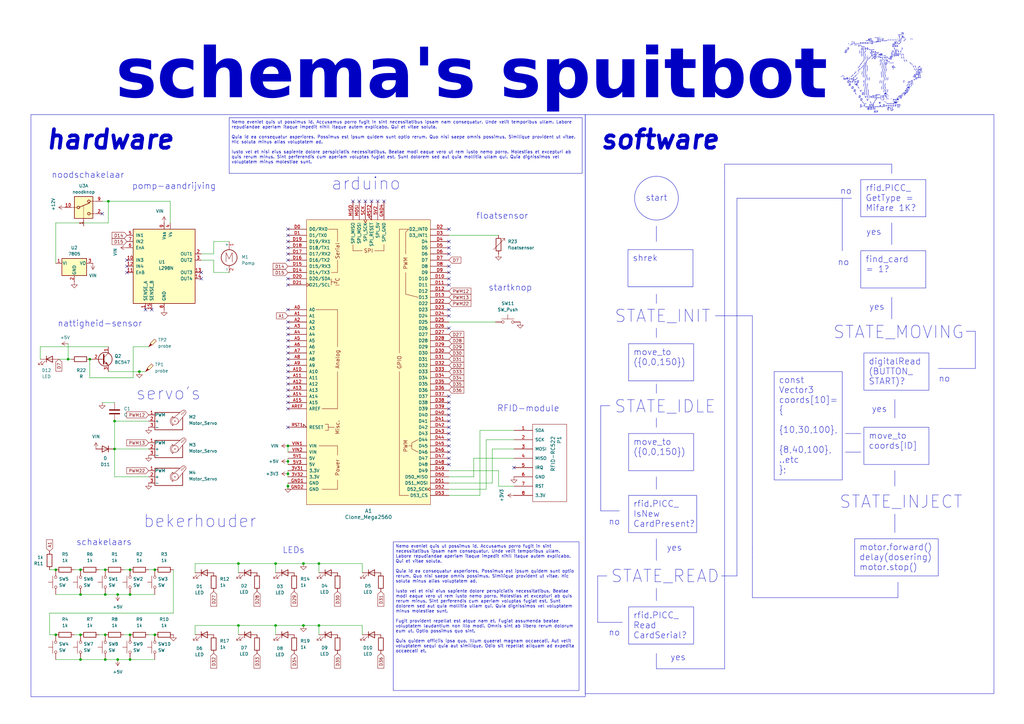
<source format=kicad_sch>
(kicad_sch (version 20231120) (generator "eeschema") (generator_version "8.0")
  (paper "A3")
  (title_block (title "HU Deltarobotproject") (date "2024-03-29") (rev "1") (comment 1 "Luca") (comment 2 "Kevin") (comment 3 "Evelien") (comment 4 "Amber"))
  (junction (at 36.83 147.32))
  (junction (at 33.02 260.35))
  (junction (at 130.81 256.54))
  (junction (at 22.86 233.68))
  (junction (at 43.18 233.68))
  (junction (at 22.86 260.35))
  (junction (at 124.46 231.14))
  (junction (at 27.94 147.32))
  (junction (at 130.81 231.14))
  (junction (at 43.18 243.84))
  (junction (at 33.02 233.68))
  (junction (at 53.34 270.51))
  (junction (at 63.5 233.68))
  (junction (at 113.03 256.54))
  (junction (at 118.11 182.88))
  (junction (at 113.03 231.14))
  (junction (at 97.79 256.54))
  (junction (at 33.02 243.84))
  (junction (at 33.02 270.51))
  (junction (at 118.11 189.23))
  (junction (at 53.34 233.68))
  (junction (at 48.26 243.84))
  (junction (at 53.34 260.35))
  (junction (at 57.15 152.4))
  (junction (at 53.34 243.84))
  (junction (at 46.99 172.72))
  (junction (at 44.45 82.55))
  (junction (at 118.11 199.39))
  (junction (at 48.26 270.51))
  (junction (at 124.46 256.54))
  (junction (at 43.18 260.35))
  (junction (at 63.5 260.35))
  (junction (at 43.18 270.51))
  (junction (at 46.99 184.15))
  (junction (at 118.11 194.31))
  (junction (at 97.79 231.14))
  (no_connect (at 184.15 177.8))
  (no_connect (at 118.11 106.68))
  (no_connect (at 152.4 82.55))
  (no_connect (at 210.82 191.77))
  (no_connect (at 184.15 111.76))
  (no_connect (at 184.15 109.22))
  (no_connect (at 62.23 127))
  (no_connect (at 184.15 187.96))
  (no_connect (at 184.15 116.84))
  (no_connect (at 118.11 96.52))
  (no_connect (at 184.15 162.56))
  (no_connect (at 144.78 82.55))
  (no_connect (at 118.11 152.4))
  (no_connect (at 118.11 114.3))
  (no_connect (at 184.15 129.54))
  (no_connect (at 157.48 82.55))
  (no_connect (at 184.15 134.62))
  (no_connect (at 118.11 160.02))
  (no_connect (at 118.11 93.98))
  (no_connect (at 118.11 144.78))
  (no_connect (at 118.11 101.6))
  (no_connect (at 184.15 104.14))
  (no_connect (at 118.11 149.86))
  (no_connect (at 52.07 109.22))
  (no_connect (at 184.15 93.98))
  (no_connect (at 118.11 139.7))
  (no_connect (at 118.11 162.56))
  (no_connect (at 118.11 132.08))
  (no_connect (at 149.86 82.55))
  (no_connect (at 118.11 147.32))
  (no_connect (at 184.15 182.88))
  (no_connect (at 118.11 165.1))
  (no_connect (at 52.07 111.76))
  (no_connect (at 184.15 114.3))
  (no_connect (at 154.94 82.55))
  (no_connect (at 118.11 99.06))
  (no_connect (at 184.15 127))
  (no_connect (at 118.11 167.64))
  (no_connect (at 118.11 134.62))
  (no_connect (at 118.11 116.84))
  (no_connect (at 118.11 137.16))
  (no_connect (at 118.11 142.24))
  (no_connect (at 184.15 190.5))
  (no_connect (at 59.69 127))
  (no_connect (at 118.11 154.94))
  (no_connect (at 184.15 180.34))
  (no_connect (at 82.55 111.76))
  (no_connect (at 184.15 175.26))
  (no_connect (at 118.11 175.26))
  (no_connect (at 184.15 99.06))
  (no_connect (at 184.15 167.64))
  (no_connect (at 184.15 101.6))
  (no_connect (at 184.15 185.42))
  (no_connect (at 184.15 172.72))
  (no_connect (at 82.55 114.3))
  (no_connect (at 118.11 127))
  (no_connect (at 118.11 157.48))
  (no_connect (at 147.32 82.55))
  (no_connect (at 118.11 104.14))
  (no_connect (at 184.15 170.18))
  (no_connect (at 184.15 165.1))
  (no_connect (at 52.07 106.68))
  (no_connect (at 41.91 87.63))
  (wire (pts (xy 46.99 184.15) (xy 60.96 184.15)))
  (wire (pts (xy 80.01 260.35) (xy 80.01 256.54)))
  (wire (pts (xy 87.63 111.76) (xy 93.98 111.76)))
  (polyline (pts (xy 297.18 67.31) (xy 365.76 67.31)))
  (polyline (pts (xy 368.3 238.76) (xy 368.3 245.11)))
  (polyline (pts (xy 269.24 92.71) (xy 269.24 99.06)))
  (polyline (pts (xy 349.25 81.28) (xy 302.26 81.28)))
  (wire (pts (xy 210.82 199.39) (xy 204.47 199.39)))
  (wire (pts (xy 97.79 231.14) (xy 97.79 234.95)))
  (polyline (pts (xy 367.03 193.04) (xy 367.03 199.39)))
  (wire (pts (xy 97.79 256.54) (xy 97.79 260.35)))
  (polyline (pts (xy 367.03 163.83) (xy 367.03 171.45)))
  (wire (pts (xy 118.11 198.12) (xy 118.11 199.39)))
  (polyline (pts (xy 297.18 74.93) (xy 297.18 67.31)))
  (wire (pts (xy 210.82 176.53) (xy 196.85 176.53)))
  (wire (pts (xy 148.59 256.54) (xy 148.59 260.35)))
  (polyline (pts (xy 308.61 224.79) (xy 308.61 129.54)))
  (wire (pts (xy 118.11 193.04) (xy 118.11 194.31)))
  (wire (pts (xy 16.51 142.24) (xy 44.45 142.24)))
  (wire (pts (xy 204.47 193.04) (xy 184.15 193.04)))
  (polyline (pts (xy 269.24 195.58) (xy 269.24 200.66)))
  (wire (pts (xy 40.64 233.68) (xy 43.18 233.68)))
  (polyline (pts (xy 254 209.55) (xy 246.38 209.55)))
  (polyline (pts (xy 269.24 120.65) (xy 269.24 124.46)))
  (wire (pts (xy 118.11 194.31) (xy 118.11 195.58)))
  (polyline (pts (xy 246.38 209.55) (xy 246.38 166.37)))
  (wire (pts (xy 24.13 147.32) (xy 27.94 147.32)))
  (wire (pts (xy 184.15 132.08) (xy 203.2 132.08)))
  (polyline (pts (xy 269.24 267.97) (xy 269.24 274.32)))
  (wire (pts (xy 210.82 184.15) (xy 201.93 184.15)))
  (wire (pts (xy 69.85 82.55) (xy 69.85 91.44)))
  (wire (pts (xy 46.99 184.15) (xy 46.99 195.58)))
  (polyline (pts (xy 269.24 220.98) (xy 269.24 229.87)))
  (wire (pts (xy 201.93 184.15) (xy 201.93 198.12)))
  (wire (pts (xy 60.96 233.68) (xy 63.5 233.68)))
  (wire (pts (xy 130.81 231.14) (xy 148.59 231.14)))
  (polyline (pts (xy 396.24 135.89) (xy 400.05 135.89)))
  (wire (pts (xy 50.8 233.68) (xy 53.34 233.68)))
  (wire (pts (xy 87.63 104.14) (xy 87.63 99.06)))
  (wire (pts (xy 97.79 231.14) (xy 113.03 231.14)))
  (polyline (pts (xy 367.03 210.82) (xy 367.03 218.44)))
  (polyline (pts (xy 365.76 91.44) (xy 365.76 100.33)))
  (wire (pts (xy 30.48 260.35) (xy 33.02 260.35)))
  (wire (pts (xy 43.18 270.51) (xy 48.26 270.51)))
  (wire (pts (xy 124.46 256.54) (xy 130.81 256.54)))
  (wire (pts (xy 113.03 256.54) (xy 124.46 256.54)))
  (wire (pts (xy 53.34 243.84) (xy 63.5 243.84)))
  (wire (pts (xy 46.99 184.15) (xy 46.99 172.72)))
  (polyline (pts (xy 384.81 151.13) (xy 400.05 151.13)))
  (polyline (pts (xy 302.26 81.28) (xy 302.26 236.22)))
  (wire (pts (xy 97.79 256.54) (xy 113.03 256.54)))
  (wire (pts (xy 44.45 82.55) (xy 41.91 82.55)))
  (polyline (pts (xy 345.44 81.28) (xy 345.44 102.87)))
  (wire (pts (xy 57.15 152.4) (xy 59.69 152.4)))
  (polyline (pts (xy 269.24 241.3) (xy 269.24 246.38)))
  (wire (pts (xy 113.03 231.14) (xy 124.46 231.14)))
  (polyline (pts (xy 308.61 224.79) (xy 308.61 228.6)))
  (wire (pts (xy 118.11 187.96) (xy 118.11 189.23)))
  (wire (pts (xy 33.02 270.51) (xy 43.18 270.51)))
  (wire (pts (xy 36.83 154.94) (xy 36.83 147.32)))
  (wire (pts (xy 113.03 234.95) (xy 113.03 231.14)))
  (wire (pts (xy 54.61 142.24) (xy 54.61 154.94)))
  (wire (pts (xy 44.45 152.4) (xy 57.15 152.4)))
  (wire (pts (xy 80.01 256.54) (xy 97.79 256.54)))
  (wire (pts (xy 82.55 106.68) (xy 87.63 106.68)))
  (wire (pts (xy 16.51 147.32) (xy 16.51 142.24)))
  (polyline (pts (xy 400.05 151.13) (xy 400.05 135.89)))
  (polyline (pts (xy 308.61 245.11) (xy 368.3 245.11)))
  (polyline (pts (xy 269.24 171.45) (xy 269.24 175.26)))
  (wire (pts (xy 60.96 260.35) (xy 63.5 260.35)))
  (wire (pts (xy 194.31 195.58) (xy 184.15 195.58)))
  (wire (pts (xy 130.81 231.14) (xy 130.81 234.95)))
  (wire (pts (xy 148.59 231.14) (xy 148.59 234.95)))
  (wire (pts (xy 22.86 91.44) (xy 44.45 91.44)))
  (wire (pts (xy 113.03 260.35) (xy 113.03 256.54)))
  (wire (pts (xy 27.94 140.97) (xy 27.94 147.32)))
  (wire (pts (xy 87.63 99.06) (xy 93.98 99.06)))
  (wire (pts (xy 130.81 256.54) (xy 130.81 260.35)))
  (polyline (pts (xy 346.71 177.8) (xy 353.06 177.8)))
  (wire (pts (xy 118.11 182.88) (xy 118.11 185.42)))
  (polyline (pts (xy 365.76 67.31) (xy 365.76 71.12)))
  (wire (pts (xy 22.86 107.95) (xy 22.86 91.44)))
  (wire (pts (xy 48.26 243.84) (xy 53.34 243.84)))
  (wire (pts (xy 118.11 199.39) (xy 118.11 200.66)))
  (polyline (pts (xy 365.76 121.92) (xy 365.76 130.81)))
  (wire (pts (xy 210.82 180.34) (xy 199.39 180.34)))
  (polyline (pts (xy 245.11 236.22) (xy 248.92 236.22)))
  (polyline (pts (xy 269.24 134.62) (xy 269.24 138.43)))
  (polyline (pts (xy 295.91 236.22) (xy 302.26 236.22)))
  (polyline (pts (xy 245.11 255.27) (xy 245.11 236.22)))
  (wire (pts (xy 204.47 199.39) (xy 204.47 193.04)))
  (wire (pts (xy 44.45 82.55) (xy 69.85 82.55)))
  (wire (pts (xy 48.26 270.51) (xy 53.34 270.51)))
  (wire (pts (xy 53.34 270.51) (xy 63.5 270.51)))
  (wire (pts (xy 82.55 104.14) (xy 87.63 104.14)))
  (wire (pts (xy 27.94 147.32) (xy 29.21 147.32)))
  (polyline (pts (xy 346.71 185.42) (xy 353.06 185.42)))
  (wire (pts (xy 71.12 233.68) (xy 71.12 251.46)))
  (wire (pts (xy 201.93 198.12) (xy 184.15 198.12)))
  (wire (pts (xy 194.31 187.96) (xy 194.31 195.58)))
  (wire (pts (xy 22.86 243.84) (xy 33.02 243.84)))
  (polyline (pts (xy 269.24 274.32) (xy 297.18 274.32)))
  (wire (pts (xy 196.85 203.2) (xy 184.15 203.2)))
  (wire (pts (xy 54.61 154.94) (xy 36.83 154.94)))
  (wire (pts (xy 33.02 243.84) (xy 43.18 243.84)))
  (wire (pts (xy 124.46 231.14) (xy 130.81 231.14)))
  (wire (pts (xy 40.64 260.35) (xy 43.18 260.35)))
  (wire (pts (xy 71.12 251.46) (xy 20.32 251.46)))
  (wire (pts (xy 80.01 231.14) (xy 97.79 231.14)))
  (wire (pts (xy 46.99 195.58) (xy 60.96 195.58)))
  (wire (pts (xy 184.15 96.52) (xy 204.47 96.52)))
  (polyline (pts (xy 269.24 157.48) (xy 269.24 161.29)))
  (wire (pts (xy 20.32 260.35) (xy 22.86 260.35)))
  (wire (pts (xy 199.39 200.66) (xy 184.15 200.66)))
  (wire (pts (xy 41.91 165.1) (xy 46.99 165.1)))
  (wire (pts (xy 118.11 189.23) (xy 118.11 190.5)))
  (wire (pts (xy 199.39 180.34) (xy 199.39 200.66)))
  (polyline (pts (xy 246.38 166.37) (xy 250.19 166.37)))
  (wire (pts (xy 130.81 256.54) (xy 148.59 256.54)))
  (wire (pts (xy 50.8 260.35) (xy 53.34 260.35)))
  (wire (pts (xy 46.99 172.72) (xy 60.96 172.72)))
  (polyline (pts (xy 297.18 274.32) (xy 297.18 74.93)))
  (wire (pts (xy 196.85 176.53) (xy 196.85 203.2)))
  (wire (pts (xy 87.63 106.68) (xy 87.63 111.76)))
  (polyline (pts (xy 293.37 129.54) (xy 308.61 129.54)))
  (wire (pts (xy 80.01 234.95) (xy 80.01 231.14)))
  (polyline (pts (xy 308.61 228.6) (xy 308.61 245.11)))
  (wire (pts (xy 22.86 270.51) (xy 33.02 270.51)))
  (wire (pts (xy 60.96 142.24) (xy 54.61 142.24)))
  (wire (pts (xy 20.32 251.46) (xy 20.32 260.35)))
  (wire (pts (xy 44.45 91.44) (xy 44.45 82.55)))
  (wire (pts (xy 210.82 187.96) (xy 194.31 187.96)))
  (wire (pts (xy 43.18 243.84) (xy 48.26 243.84)))
  (wire (pts (xy 30.48 233.68) (xy 33.02 233.68)))
  (polyline (pts (xy 255.27 255.27) (xy 245.11 255.27)))
  (wire (pts (xy 20.32 233.68) (xy 22.86 233.68)))
  (circle (center 269.24 81.28) (radius 8.9803))
  (text_box "find_card = 1?" (at 353.06 102.87 0) (size 26.67 15.24) (effects (font (size 2.54 2.54)) (justify left top)))
  (text_box "Nemo eveniet quis ut possimus id. Accusamus porro fugit in sint necessitatibus ipsam nam consequatur. Unde velit temporibus ullam. Labore repudiandae aperiam itaque impedit nihil itaque autem explicabo. Qui et vitae soluta.\n\nQuia id ea consequatur asperiores. Possimus est ipsum quidem sunt optio rerum. Quo nisi saepe omnis possimus. Similique provident ut vitae. Hic soluta minus alias voluptatem ad.\n\nIusto vel et nisi eius sapiente dolore perspiciatis necessitatibus. Beatae modi eaque vero ut rem iusto nemo porro. Molestias et excepturi ab quis rerum minus. Sint perferendis cum aperiam voluptas fugiat est. Sunt dolorem sed aut quia mollitia ullam qui. Quia dignissimos vel voluptatem minus molestiae sunt.\n\nFugit provident repellat est atque nam et. Fugiat assumenda beatae voluptatem laudantium non illo modi. Omnis sint ab libero rerum dolorum eum ut. Optio possimus quo sint.\n\nQuis quidem officiis ipsa quo. Illum quaerat magnam occaecati. Aut velit voluptatem sequi quia aut similique. Odio sit repellat aliquam ad expedita occaecati et.\n" (at 161.29 222.25 0) (size 76.2 60.96) (effects (font (size 1.27 1.27)) (justify left top)))
  (text_box "rfid.PICC_\nGetType = \nMifare 1K?" (at 353.06 73.66 0) (size 26.67 15.24) (effects (font (size 2.54 2.54)) (justify left top)))
  (text_box "hardware" (at 12.7 46.99 0) (size 227.33 238.76) (effects (font (size 7.62 7.62) (bold yes) (italic yes)) (justify left top)))
  (text_box "rfid.PICC_\nIsNew\nCardPresent?" (at 257.81 203.2 0) (size 27.94 15.24) (effects (font (size 2.54 2.54)) (justify left top)))
  (text_box "move_to coords[ID]" (at 354.33 175.26 0) (size 26.67 15.24) (effects (font (size 2.54 2.54)) (justify left top)))
  (text_box "motor.forward()\ndelay(dosering)\nmotor.stop()" (at 350.52 220.98 0) (size 34.29 15.24) (effects (font (size 2.54 2.54)) (justify left top)))
  (text_box "shrek" (at 257.556 102.362 0) (size 26.67 15.24) (effects (font (size 2.54 2.54)) (justify left top)))
  (text_box "digitalRead\n(BUTTON_\nSTART)?" (at 354.33 144.78 0) (size 26.67 15.24) (effects (font (size 2.54 2.54)) (justify left top)))
  (text_box "Nemo eveniet quis ut possimus id. Accusamus porro fugit in sint necessitatibus ipsam nam consequatur. Unde velit temporibus ullam. Labore repudiandae aperiam itaque impedit nihil itaque autem explicabo. Qui et vitae soluta.\n\nQuia id ea consequatur asperiores. Possimus est ipsum quidem sunt optio rerum. Quo nisi saepe omnis possimus. Similique provident ut vitae. Hic soluta minus alias voluptatem ad.\n\nIusto vel et nisi eius sapiente dolore perspiciatis necessitatibus. Beatae modi eaque vero ut rem iusto nemo porro. Molestias et excepturi ab quis rerum minus. Sint perferendis cum aperiam voluptas fugiat est. Sunt dolorem sed aut quia mollitia ullam qui. Quia dignissimos vel voluptatem minus molestiae sunt.\n" (at 93.98 48.26 0) (size 144.78 22.86) (effects (font (size 1.27 1.27)) (justify left top)))
  (text_box "move_to\n({0,0,150})" (at 257.81 177.8 0) (size 26.67 15.24) (effects (font (size 2.54 2.54)) (justify left top)))
  (text_box "software" (at 240.03 46.99 0) (size 167.64 237.49) (effects (font (size 7.62 7.62) (thickness 1.524) (bold yes) (italic yes)) (justify left top)))
  (text_box "const Vector3 coords[10]=\n{\n    {10,30,100},\n    {8,40,100},\n..etc\n};\n" (at 317.5 152.4 0) (size 27.94 44.45) (effects (font (size 2.54 2.54)) (justify left top)))
  (text_box "rfid.PICC_\nRead\nCardSerial?" (at 257.81 248.92 0) (size 26.67 15.24) (effects (font (size 2.54 2.54)) (justify left top)))
  (text_box "move_to\n({0,0,150})" (at 257.81 140.97 0) (size 26.67 15.24) (effects (font (size 2.54 2.54)) (justify left top)))
  (text "startknop" (at 209.296 118.11 0) (effects (font (size 2.54 2.54))))
  (text "STATE_INJECT" (at 369.57 205.994 0) (effects (font (size 5.08 5.08))))
  (text "STATE_INIT" (at 271.78 129.794 0) (effects (font (size 5.08 5.08))))
  (text "STATE_IDLE" (at 272.796 166.878 0) (effects (font (size 5.08 5.08))))
  (text "no" (at 251.968 259.588 0) (effects (font (size 2.54 2.54))))
  (text "no" (at 345.948 107.696 0) (effects (font (size 2.54 2.54))))
  (text "no" (at 251.968 214.122 0) (effects (font (size 2.54 2.54))))
  (text "arduino" (at 150.114 75.438 0) (effects (font (size 5.08 5.08))))
  (text "servo's" (at 69.088 161.544 0) (effects (font (size 5.08 5.08))))
  (text "LEDs" (at 120.396 225.806 0) (effects (font (size 2.54 2.54))))
  (text "yes" (at 278.13 269.748 0) (effects (font (size 2.54 2.54))))
  (text "yes" (at 276.606 224.79 0) (effects (font (size 2.54 2.54))))
  (text "schakelaars" (at 42.672 222.504 0) (effects (font (size 2.54 2.54))))
  (text "bekerhouder" (at 82.042 213.868 0) (effects (font (size 5.08 5.08))))
  (text "yes" (at 358.394 95.25 0) (effects (font (size 2.54 2.54))))
  (text "no" (at 346.964 78.486 0) (effects (font (size 2.54 2.54))))
  (text "nattigheid-sensor	" (at 48.768 132.842 0) (effects (font (size 2.54 2.54))))
  (text "　　　　　　　　　　　　　　　　　　　　　　　　　　　　　　　　　　　　　　　　　　　　　　　　　　\n　　　　　　　　　　　　　　　　　　　　　　　　　　　　　　　　　　__7〕　　　　　　　　　　　　　　\n　　　　　　　　　　　　　　　　　　　　　＿,＿、　　　　　　　　 ′l jﾊ_　　　　　　　　　　　　　\n　　　　　　　　　　　　　　　　　 　 _,ﾛ{]_　　]]|三_,.----‐',j|　/　　＾′　　　　　　　　　　　　\n　　　　　　　　  ,　二l＿,＿====-┴'''¨￣￣　　　　　　,,j{|,/　　　　　　　　　　　　　　　　　\n　　　　　　　　 '￣ ''′ ミ＼__　　　　　　　　　　 　 　 ┴=x　　　　　　　　　　　　　　　　　\n　　　　　　　　  _ii　　　  　 ll|》》,,､__　　　　　　　　　 〈,＿　 〉　　　　　　　　　　　　　　　　　\n　　　　　　　　└'　　　　　 |||/　　,)>ｘ__　　　　 　 jく三`〕く　　　　　　　　　　　　　　　　　\n　　　　　　　　　　　　　　 　 ||| ､  {/{l＾r示､､_　　 j|{┴┴'＼＼　　　　　　　　　　　　　　　　\n　　　　　　　　　　　　　　　　|||/ /└'''¨⌒|トﾐ＼,{{′　　　　＼＼　　　　　　　　　　　　　　\n　　　　　　　　　　　　　　　　/ /　　　　 　〔|`|｢ﾐﾐ_､　　　　　　 ＼＼　　　　　　　　　　　　　\n　　　　　　　　　　　　 　 　 / |{　　　　　　 |||└' '''''　　　　　　　　`＼、　　　　　　　　　　　\n　　　　　　　　　　　 　 　 / /]||　　　　　　 |||　　 心,　　　　　 　　　＼＼ ,r‐､　　　　　　　\n　　　　　　　　　　 　 　 /′　|||　　　 　 　 |||　　 ′　　　　　　　　 　 ＼＼ir┘　　　　　　\n　　　　　　　　　　　　  / ,′　|||　　　 　 　 |||　　　　　　　　　　　　　 　 []}l'′　　　　　　　\n　　　　　　　　,-､  　 / /　　　|||　　　 　　　|||　　　　　　　　　　　　　 ,{{＾{|　　　　　　　　　\n　　　　　　　 〔x斗|=(_/　　　　|||　　　 　　　|||　　　　　　　　　　　　 ,/厂￣　　　　　　　　\n　　　　　　　　　Ⅵ=ミ`v‐┐　 〔|　　　　　　 |||　　　　　　　　　 i 　,ｨ/}　　　　　　　　　　　\n　　　　　　　　　　Ⅵ　 '弌 　　|||　　　 　 　 ||　　　　　　　　　　 //|′　　　　　　　　　　　\n　　　　　　　　　　　Ⅵ　　＼ 　 ||　　　　　　 |||　　　　　　 　 　 ,刈′　　　　　　　　　　　　\n　　　　　　　　　　　  Ⅵ　　∨　|||　　　 　 　 |||　　　　　　 　 ｨ{}′　　　　　　　　　　　　　\n　　　　　　　　　　　　 ＼　　 Ⅵ|||　 　 ___　　从,　　　 　 　 /{ﾘ′　　　　　　　　　　　　　　\n　　　　　　　　　　 　　　Ⅵ　　∨||x三[]__|三¨ﾄ,′　　　　 /{{′　　　　　　　　　　　　　　　\n　　　　　　　　　　　　　　 Ⅵ　　∨  　 /　 `ｰ､ﾐ' '''　' r=升　　　　　　　　　　　　　　　　　\n　　　　　　　　　　　　　　　＼､_　 ＼ /　　⊂　｀`ｰ,____]炒′　　　　　　　　　　　　　　　　　\n　　　　　　　　　　　　　　　  },､ミ__,]]]{____z_三====う｢]]′　　　　　　　　　　　　　　　　　　\n　　　　　　　　　　　　　　　　　　`壬三ミl　　　　　 '{¨|],　　　　　　　　　　　　　　　　　　　　\n　　　　　　　　　　　　　　　　　　　 　 ﾋlソ　　　　 　 ￣　　　　　　　　　　　　　　　　　　　　\n" (at 361.696 29.464 0) (effects (font (size 0.762 0.762) (bold yes) (italic yes))))
  (text "RFID-module" (at 216.662 167.64 0) (effects (font (size 2.54 2.54))))
  (text "schema's spuitbot " (at 198.374 36.83 0) (effects (font (size 20.32 20.32) (thickness 4.064) (bold yes))))
  (text "yes" (at 360.68 167.894 0) (effects (font (size 2.54 2.54))))
  (text "yes" (at 359.664 125.984 0) (effects (font (size 2.54 2.54))))
  (text "floatsensor" (at 205.994 88.646 0) (effects (font (size 2.54 2.54))))
  (text "STATE_READ" (at 272.796 236.474 0) (effects (font (size 5.08 5.08))))
  (text "start" (at 269.24 81.28 0) (effects (font (size 2.54 2.54))))
  (text "STATE_MOVING" (at 368.554 136.398 0) (effects (font (size 5.08 5.08))))
  (text "pomp-aandrijving" (at 71.374 76.454 0) (effects (font (size 2.54 2.54))))
  (text "no" (at 387.35 155.448 0) (effects (font (size 2.54 2.54))))
  (text "noodschakelaar" (at 36.068 71.882 0) (effects (font (size 2.54 2.54))))
  (global_label "PWM22" (shape input) (at 184.15 124.46 0) (property "Intersheetrefs" "${INTERSHEET_REFS}" (effects (hide yes))))
  (global_label "D14" (shape input) (at 52.07 96.52 180) (property "Intersheetrefs" "${INTERSHEET_REFS}" (effects (hide yes))))
  (global_label "D30" (shape input) (at 138.43 242.57 270) (property "Intersheetrefs" "${INTERSHEET_REFS}" (effects (hide yes))))
  (global_label "D7" (shape input) (at 184.15 106.68 0) (property "Intersheetrefs" "${INTERSHEET_REFS}" (effects (hide yes))))
  (global_label "D29" (shape input) (at 184.15 142.24 0) (property "Intersheetrefs" "${INTERSHEET_REFS}" (effects (hide yes))))
  (global_label "D31" (shape input) (at 184.15 147.32 0) (property "Intersheetrefs" "${INTERSHEET_REFS}" (effects (hide yes))))
  (global_label "D15" (shape input) (at 52.07 99.06 180) (property "Intersheetrefs" "${INTERSHEET_REFS}" (effects (hide yes))))
  (global_label "PWM12" (shape input) (at 184.15 119.38 0) (property "Intersheetrefs" "${INTERSHEET_REFS}" (effects (hide yes))))
  (global_label "D28" (shape input) (at 184.15 139.7 0) (property "Intersheetrefs" "${INTERSHEET_REFS}" (effects (hide yes))))
  (global_label "D30" (shape input) (at 184.15 144.78 0) (property "Intersheetrefs" "${INTERSHEET_REFS}" (effects (hide yes))))
  (global_label "D28" (shape input) (at 105.41 242.57 270) (property "Intersheetrefs" "${INTERSHEET_REFS}" (effects (hide yes))))
  (global_label "D29" (shape input) (at 120.65 242.57 270) (property "Intersheetrefs" "${INTERSHEET_REFS}" (effects (hide yes))))
  (global_label "D34" (shape input) (at 184.15 154.94 0) (property "Intersheetrefs" "${INTERSHEET_REFS}" (effects (hide yes))))
  (global_label "PWM13" (shape input) (at 60.96 181.61 180) (property "Intersheetrefs" "${INTERSHEET_REFS}" (effects (hide yes))))
  (global_label "D34" (shape input) (at 120.65 267.97 270) (property "Intersheetrefs" "${INTERSHEET_REFS}" (effects (hide yes))))
  (global_label "PWM22" (shape input) (at 60.96 193.04 180) (property "Intersheetrefs" "${INTERSHEET_REFS}" (effects (hide yes))))
  (global_label "D31" (shape input) (at 156.21 242.57 270) (property "Intersheetrefs" "${INTERSHEET_REFS}" (effects (hide yes))))
  (global_label "A1" (shape input) (at 20.32 226.06 90) (property "Intersheetrefs" "${INTERSHEET_REFS}" (effects (hide yes))))
  (global_label "D27" (shape input) (at 87.63 242.57 270) (property "Intersheetrefs" "${INTERSHEET_REFS}" (effects (hide yes))))
  (global_label "D33" (shape input) (at 184.15 152.4 0) (property "Intersheetrefs" "${INTERSHEET_REFS}" (effects (hide yes))))
  (global_label "D36" (shape input) (at 184.15 160.02 0) (property "Intersheetrefs" "${INTERSHEET_REFS}" (effects (hide yes))))
  (global_label "D32" (shape input) (at 87.63 267.97 270) (property "Intersheetrefs" "${INTERSHEET_REFS}" (effects (hide yes))))
  (global_label "D27" (shape input) (at 184.15 137.16 0) (property "Intersheetrefs" "${INTERSHEET_REFS}" (effects (hide yes))))
  (global_label "PWM13" (shape input) (at 184.15 121.92 0) (property "Intersheetrefs" "${INTERSHEET_REFS}" (effects (hide yes))))
  (global_label "D33" (shape input) (at 105.41 267.97 270) (property "Intersheetrefs" "${INTERSHEET_REFS}" (effects (hide yes))))
  (global_label "PWM12" (shape input) (at 60.96 170.18 180) (property "Intersheetrefs" "${INTERSHEET_REFS}" (effects (hide yes))))
  (global_label "A1" (shape input) (at 118.11 129.54 180) (property "Intersheetrefs" "${INTERSHEET_REFS}" (effects (hide yes))))
  (global_label "D35" (shape input) (at 184.15 157.48 0) (property "Intersheetrefs" "${INTERSHEET_REFS}" (effects (hide yes))))
  (global_label "D14" (shape input) (at 118.11 109.22 180) (property "Intersheetrefs" "${INTERSHEET_REFS}" (effects (hide yes))))
  (global_label "D15" (shape input) (at 118.11 111.76 180) (property "Intersheetrefs" "${INTERSHEET_REFS}" (effects (hide yes))))
  (global_label "D7" (shape input) (at 24.13 147.32 270) (property "Intersheetrefs" "${INTERSHEET_REFS}" (effects (hide yes))))
  (global_label "D36" (shape input) (at 156.21 267.97 270) (property "Intersheetrefs" "${INTERSHEET_REFS}" (effects (hide yes))))
  (global_label "D32" (shape input) (at 184.15 149.86 0) (property "Intersheetrefs" "${INTERSHEET_REFS}" (effects (hide yes))))
  (global_label "D35" (shape input) (at 138.43 267.97 270) (property "Intersheetrefs" "${INTERSHEET_REFS}" (effects (hide yes))))
  (symbol (lib_id "Device:R") (at 156.21 264.16 180) (unit 1)
    (property "Reference" "R21" (effects (hide yes)))
    (property "Value" "1k" (effects (hide yes)))
    (property "Description" "Resistor" (effects (hide yes)))
  )
  (symbol (lib_id "power:GND") (at 124.46 256.54 0) (unit 1)
    (property "Reference" "#PWR07" (effects (hide yes)))
    (property "Value" "GND" (effects (hide yes)))
    (property "Description" "Power symbol creates a global label with name \"GND\" , ground" (effects (hide yes)))
  )
  (symbol (lib_id "Device:R") (at 26.67 260.35 90) (unit 1)
    (property "Reference" "R4" (at 26.67 254 90))
    (property "Value" "1k" (at 26.67 256.54 90))
    (property "Description" "Resistor" (effects (hide yes)))
  )
  (symbol (lib_id "Motor:Motor_Servo") (at 68.58 184.15 0) (unit 1)
    (property "Reference" "M3" (at 77.47 182.4465 0) (effects (justify left)))
    (property "Value" "Motor_Servo" (at 77.47 184.9865 0) (effects (justify left)))
    (property "Datasheet" "http://forums.parallax.com/uploads/attachments/46831/74481.png" (effects (hide yes)))
    (property "Description" "Servo Motor (Futaba, HiTec, JR connector)" (effects (hide yes)))
  )
  (symbol (lib_id "power:+3V3") (at 210.82 203.2 90) (unit 1)
    (property "Reference" "#PWR017" (effects (hide yes)))
    (property "Value" "+3V3" (at 205.74 203.2 0))
    (property "Description" "Power symbol creates a global label with name \"+3V3\"" (effects (hide yes)))
  )
  (symbol (lib_id "Switch:SW_Push") (at 33.02 238.76 90) (unit 1)
    (property "Reference" "SW6" (at 34.29 237.4899 90) (effects (justify right)))
    (property "Value" "SW" (at 34.29 240.0299 90) (effects (justify right)))
    (property "Description" "Push button switch, generic, two pins" (effects (hide yes)))
  )
  (symbol (lib_id "power:+5V") (at 118.11 182.88 90) (unit 1)
    (property "Reference" "#PWR03" (effects (hide yes)))
    (property "Value" "VIN" (at 114.3 182.8799 90) (effects (justify left)))
    (property "Description" "Power symbol creates a global label with name \"+5V\"" (effects (hide yes)))
  )
  (symbol (lib_id "power:+5V") (at 27.94 140.97 90) (unit 1)
    (property "Reference" "#PWR024" (effects (hide yes)))
    (property "Value" "+5V" (at 26.67 138.43 90))
    (property "Description" "Power symbol creates a global label with name \"+5V\"" (effects (hide yes)))
  )
  (symbol (lib_id "Device:R") (at 57.15 260.35 90) (unit 1)
    (property "Reference" "R9" (at 57.15 254 90))
    (property "Value" "1k" (at 57.15 256.54 90))
    (property "Description" "Resistor" (effects (hide yes)))
  )
  (symbol (lib_id "arduino-library:Clone_Mega2560_Pro_Socket") (at 151.13 148.59 0) (unit 1)
    (property "Reference" "A1" (at 151.13 209.55 0) (effects (font (size 1.524 1.524))))
    (property "Value" "Clone_Mega2560" (at 151.13 212.09 0) (effects (font (size 1.524 1.524))))
    (property "Footprint" "PCM_arduino-library:Clone_Mega2560_Pro_Socket" (effects (hide yes)))
    (property "Datasheet" "https://www.pcboard.ca/mega-2560-pro" (effects (hide yes)))
    (property "Description" "Socket for Common Unofficial Mega2560 Pro Clone" (effects (hide yes)))
  )
  (symbol (lib_id "Device:LED") (at 83.82 234.95 0) (unit 1)
    (property "Reference" "D1" (at 81.788 240.538 0))
    (property "Value" "LED" (at 81.788 243.078 0))
    (property "Description" "Light emitting diode" (effects (hide yes)))
  )
  (symbol (lib_id "Switch:SW_Push") (at 63.5 265.43 90) (unit 1)
    (property "Reference" "SW10" (at 64.77 264.1599 90) (effects (justify right)))
    (property "Value" "SW" (at 64.77 266.6999 90) (effects (justify right)))
    (property "Description" "Push button switch, generic, two pins" (effects (hide yes)))
  )
  (symbol (lib_id "power:+5V") (at 67.31 91.44 0) (unit 1)
    (property "Reference" "#PWR010" (effects (hide yes)))
    (property "Value" "VIN" (at 65.532 86.614 0))
    (property "Description" "Power symbol creates a global label with name \"+5V\"" (effects (hide yes)))
  )
  (symbol (lib_id "Connector:TestPoint_Probe") (at 59.69 152.4 0) (unit 1)
    (property "Reference" "TP1" (at 63.5 149.5424 0) (effects (justify left)))
    (property "Value" "probe" (at 63.5 152.0824 0) (effects (justify left)))
    (property "Description" "test point (alternative probe-style design)" (effects (hide yes)))
  )
  (symbol (lib_id "power:GND") (at 210.82 195.58 0) (unit 1)
    (property "Reference" "#PWR018" (effects (hide yes)))
    (property "Value" "GND" (effects (hide yes)))
    (property "Description" "Power symbol creates a global label with name \"GND\" , ground" (effects (hide yes)))
  )
  (symbol (lib_id "Device:LED") (at 116.84 260.35 0) (unit 1)
    (property "Reference" "D8" (at 114.808 265.938 0))
    (property "Value" "LED" (at 114.808 268.478 0))
    (property "Description" "Light emitting diode" (effects (hide yes)))
  )
  (symbol (lib_id "power:+5V") (at 52.07 101.6 90) (unit 1)
    (property "Reference" "#PWR02" (effects (hide yes)))
    (property "Value" "VIN" (at 47.244 103.378 0))
    (property "Description" "Power symbol creates a global label with name \"+5V\"" (effects (hide yes)))
  )
  (symbol (lib_id "Device:R") (at 33.02 147.32 90) (unit 1)
    (property "Reference" "R22" (at 33.3375 151.892 90))
    (property "Value" "R" (at 33.3375 154.432 90))
    (property "Description" "Resistor" (effects (hide yes)))
  )
  (symbol (lib_id "Device:LED") (at 134.62 234.95 0) (unit 1)
    (property "Reference" "D4" (at 133.096 240.284 0))
    (property "Value" "LED" (at 133.096 242.824 0))
    (property "Description" "Light emitting diode" (effects (hide yes)))
  )
  (symbol (lib_id "Device:R") (at 120.65 264.16 180) (unit 1)
    (property "Reference" "R19" (at 123.19 262.8899 0) (effects (justify right)))
    (property "Value" "1k" (at 123.19 265.4299 0) (effects (justify right)))
    (property "Description" "Resistor" (effects (hide yes)))
  )
  (symbol (lib_id "power:GND") (at 60.96 198.12 0) (unit 1)
    (property "Reference" "#PWR021" (effects (hide yes)))
    (property "Value" "GND" (effects (hide yes)))
    (property "Description" "Power symbol creates a global label with name \"GND\" , ground" (effects (hide yes)))
  )
  (symbol (lib_id "power:GND") (at 67.31 127 0) (unit 1)
    (property "Reference" "#PWR013" (effects (hide yes)))
    (property "Value" "GND" (effects (hide yes)))
    (property "Description" "Power symbol creates a global label with name \"GND\" , ground" (effects (hide yes)))
  )
  (symbol (lib_id "Device:R") (at 57.15 233.68 90) (unit 1)
    (property "Reference" "R2" (at 57.15 227.33 90))
    (property "Value" "1k" (at 57.15 229.87 90))
    (property "Description" "Resistor" (effects (hide yes)))
  )
  (symbol (lib_id "power:+12V") (at 26.67 85.09 90) (unit 1)
    (property "Reference" "#PWR09" (effects (hide yes)))
    (property "Value" "+12V" (at 21.844 83.82 0))
    (property "Description" "Power symbol creates a global label with name \"+12V\"" (effects (hide yes)))
  )
  (symbol (lib_id "Device:LED") (at 134.62 260.35 0) (unit 1)
    (property "Reference" "D9" (at 133.096 265.684 0))
    (property "Value" "LED" (at 133.096 268.224 0))
    (property "Description" "Light emitting diode" (effects (hide yes)))
  )
  (symbol (lib_id "Device:R") (at 36.83 260.35 90) (unit 1)
    (property "Reference" "R7" (at 36.83 254 90))
    (property "Value" "1k" (at 36.83 256.54 90))
    (property "Description" "Resistor" (effects (hide yes)))
  )
  (symbol (lib_id "Device:LED") (at 20.32 147.32 0) (unit 1)
    (property "Reference" "D12" (at 19.05 151.892 0))
    (property "Value" "LED" (at 19.05 154.432 0))
    (property "Description" "Light emitting diode" (effects (hide yes)))
  )
  (symbol (lib_id "Motor:Motor_DC") (at 93.98 104.14 0) (unit 1)
    (property "Reference" "M1" (at 99.06 105.4099 0) (effects (justify left)))
    (property "Value" "Pomp" (at 99.06 107.9499 0) (effects (justify left)))
    (property "Description" "DC Motor" (effects (hide yes)))
  )
  (symbol (lib_id "power:+5V") (at 38.1 107.95 180) (unit 1)
    (property "Reference" "#PWR08" (effects (hide yes)))
    (property "Value" "VIN" (at 38.1 113.03 0))
    (property "Description" "Power symbol creates a global label with name \"+5V\"" (effects (hide yes)))
  )
  (symbol (lib_id "Device:R") (at 36.83 233.68 90) (unit 1)
    (property "Reference" "R6" (at 36.83 227.33 90))
    (property "Value" "1k" (at 36.83 229.87 90))
    (property "Description" "Resistor" (effects (hide yes)))
  )
  (symbol (lib_id "Device:R") (at 138.43 238.76 180) (unit 1)
    (property "Reference" "R15" (effects (hide yes)))
    (property "Value" "1k" (effects (hide yes)))
    (property "Description" "Resistor" (effects (hide yes)))
  )
  (symbol (lib_id "Transistor_BJT:BC547") (at 41.91 147.32 0) (unit 1)
    (property "Reference" "Q2" (at 46.99 146.0499 0) (effects (justify left)))
    (property "Value" "BC547" (at 46.99 148.5899 0) (effects (justify left)))
    (property "Footprint" "Package_TO_SOT_THT:TO-92_Inline" (effects (hide yes)))
    (property "Datasheet" "https://www.onsemi.com/pub/Collateral/BC550-D.pdf" (effects (hide yes)))
    (property "Description" "0.1A Ic, 45V Vce, Small Signal NPN Transistor, TO-92" (effects (hide yes)))
  )
  (symbol (lib_id "Device:C") (at 46.99 168.91 180) (unit 1)
    (property "Reference" "C1" (at 50.8 167.6399 0) (effects (justify right)))
    (property "Value" "C" (at 50.8 170.1799 0) (effects (justify right)))
    (property "Description" "Unpolarized capacitor" (effects (hide yes)))
  )
  (symbol (lib_id "Device:R") (at 87.63 264.16 180) (unit 1)
    (property "Reference" "R17" (at 90.17 262.8899 0) (effects (justify right)))
    (property "Value" "1k" (at 90.17 265.4299 0) (effects (justify right)))
    (property "Description" "Resistor" (effects (hide yes)))
  )
  (symbol (lib_id "Analog_Switch:TS5A23159RSE") (at 34.29 85.09 0) (unit 1)
    (property "Reference" "U3" (at 34.29 76.2 0))
    (property "Value" "noodknop" (at 34.29 78.74 0))
    (property "Footprint" "Package_DFN_QFN:Texas_R-PUQFN-N10" (effects (hide yes)))
    (property "Datasheet" "http://www.ti.com/lit/ds/symlink/ts5a23159.pdf" (effects (hide yes)))
    (property "Description" "Dual SPDT 1ohm Bidirectional Analog Switch with Off protection, UQFN-10" (effects (hide yes)))
  )
  (symbol (lib_id "Device:R") (at 46.99 260.35 90) (unit 1)
    (property "Reference" "R8" (at 46.99 254 90))
    (property "Value" "1k" (at 46.99 256.54 90))
    (property "Description" "Resistor" (effects (hide yes)))
  )
  (symbol (lib_id "Device:R") (at 67.31 260.35 90) (unit 1)
    (property "Reference" "R10" (at 67.31 254 90))
    (property "Value" "1k" (at 67.31 256.54 90))
    (property "Description" "Resistor" (effects (hide yes)))
  )
  (symbol (lib_id "Device:LED") (at 101.6 234.95 0) (unit 1)
    (property "Reference" "D2" (at 100.076 240.284 0))
    (property "Value" "LED" (at 100.076 242.824 0))
    (property "Description" "Light emitting diode" (effects (hide yes)))
  )
  (symbol (lib_id "Device:R") (at 120.65 238.76 180) (unit 1)
    (property "Reference" "R14" (at 123.19 237.4899 0) (effects (justify right)))
    (property "Value" "1k" (at 123.19 240.0299 0) (effects (justify right)))
    (property "Description" "Resistor" (effects (hide yes)))
  )
  (symbol (lib_id "Switch:SW_Push") (at 33.02 265.43 90) (unit 1)
    (property "Reference" "SW7" (at 34.29 264.1599 90) (effects (justify right)))
    (property "Value" "SW" (at 34.29 266.6999 90) (effects (justify right)))
    (property "Description" "Push button switch, generic, two pins" (effects (hide yes)))
  )
  (symbol (lib_id "Device:R") (at 156.21 238.76 180) (unit 1)
    (property "Reference" "R16" (effects (hide yes)))
    (property "Value" "1k" (effects (hide yes)))
    (property "Description" "Resistor" (effects (hide yes)))
  )
  (symbol (lib_id "Device:R") (at 20.32 229.87 0) (unit 1)
    (property "Reference" "R11" (at 17.78 231.1401 0) (effects (justify right)))
    (property "Value" "1k" (at 17.78 228.6001 0) (effects (justify right)))
    (property "Description" "Resistor" (effects (hide yes)))
  )
  (symbol (lib_id "Switch:SW_Push") (at 53.34 265.43 90) (unit 1)
    (property "Reference" "SW9" (at 54.61 264.1599 90) (effects (justify right)))
    (property "Value" "SW" (at 54.61 266.6999 90) (effects (justify right)))
    (property "Description" "Push button switch, generic, two pins" (effects (hide yes)))
  )
  (symbol (lib_id "power:GND") (at 60.96 186.69 0) (unit 1)
    (property "Reference" "#PWR020" (effects (hide yes)))
    (property "Value" "GND" (effects (hide yes)))
    (property "Description" "Power symbol creates a global label with name \"GND\" , ground" (effects (hide yes)))
  )
  (symbol (lib_id "Switch:SW_Push") (at 22.86 238.76 90) (unit 1)
    (property "Reference" "SW5" (at 24.13 237.4899 90) (effects (justify right)))
    (property "Value" "SW" (at 24.13 240.0299 90) (effects (justify right)))
    (property "Description" "Push button switch, generic, two pins" (effects (hide yes)))
  )
  (symbol (lib_id "Motor:Motor_Servo") (at 68.58 172.72 0) (unit 1)
    (property "Reference" "M2" (at 77.47 171.0165 0) (effects (justify left)))
    (property "Value" "Motor_Servo" (at 77.47 173.5565 0) (effects (justify left)))
    (property "Datasheet" "http://forums.parallax.com/uploads/attachments/46831/74481.png" (effects (hide yes)))
    (property "Description" "Servo Motor (Futaba, HiTec, JR connector)" (effects (hide yes)))
  )
  (symbol (lib_id "Device:R") (at 46.99 233.68 90) (unit 1)
    (property "Reference" "R1" (at 46.99 227.33 90))
    (property "Value" "1k" (at 46.99 229.87 90))
    (property "Description" "Resistor" (effects (hide yes)))
  )
  (symbol (lib_id "power:+3V3") (at 118.11 194.31 90) (unit 1)
    (property "Reference" "#PWR014" (effects (hide yes)))
    (property "Value" "+3V3" (at 114.3 194.3099 90) (effects (justify left)))
    (property "Description" "Power symbol creates a global label with name \"+3V3\"" (effects (hide yes)))
  )
  (symbol (lib_id "Connector:TestPoint_Probe") (at 60.96 142.24 0) (unit 1)
    (property "Reference" "TP2" (at 64.77 139.3824 0) (effects (justify left)))
    (property "Value" "probe" (at 64.77 141.9224 0) (effects (justify left)))
    (property "Description" "test point (alternative probe-style design)" (effects (hide yes)))
  )
  (symbol (lib_id "Device:R") (at 105.41 264.16 180) (unit 1)
    (property "Reference" "R18" (effects (hide yes)))
    (property "Value" "1k" (effects (hide yes)))
    (property "Description" "Resistor" (effects (hide yes)))
  )
  (symbol (lib_id "Device:LED") (at 152.4 260.35 0) (unit 1)
    (property "Reference" "D10" (at 150.876 265.684 0))
    (property "Value" "LED" (at 150.876 268.224 0))
    (property "Description" "Light emitting diode" (effects (hide yes)))
  )
  (symbol (lib_id "rfid-rc522-module:RFID-RC522-MODULE") (at 224.79 190.5 270) (unit 1)
    (property "Reference" "P1" (at 229.362 178.816 0) (effects (font (size 1.524 1.524)) (justify left)))
    (property "Value" "RFID-RC522" (at 226.822 178.816 0) (effects (font (size 1.524 1.524)) (justify left)))
  )
  (symbol (lib_id "power:GND") (at 124.46 231.14 0) (unit 1)
    (property "Reference" "#PWR06" (effects (hide yes)))
    (property "Value" "GND" (effects (hide yes)))
    (property "Description" "Power symbol creates a global label with name \"GND\" , ground" (effects (hide yes)))
  )
  (symbol (lib_id "power:+5V") (at 118.11 189.23 90) (unit 1)
    (property "Reference" "#PWR015" (effects (hide yes)))
    (property "Value" "+5V" (at 114.3 189.2299 90) (effects (justify left)))
    (property "Description" "Power symbol creates a global label with name \"+5V\"" (effects (hide yes)))
  )
  (symbol (lib_id "Device:R") (at 26.67 233.68 90) (unit 1)
    (property "Reference" "R5" (at 26.67 227.33 90))
    (property "Value" "1k" (at 26.67 229.87 90))
    (property "Description" "Resistor" (effects (hide yes)))
  )
  (symbol (lib_id "Device:R") (at 138.43 264.16 180) (unit 1)
    (property "Reference" "R20" (effects (hide yes)))
    (property "Value" "1k" (effects (hide yes)))
    (property "Description" "Resistor" (effects (hide yes)))
  )
  (symbol (lib_id "power:+5V") (at 48.26 270.51 180) (unit 1)
    (property "Reference" "#PWR05" (effects (hide yes)))
    (property "Value" "+5V" (at 48.26 275.59 0))
    (property "Description" "Power symbol creates a global label with name \"+5V\"" (effects (hide yes)))
  )
  (symbol (lib_id "Switch:SW_Push") (at 208.28 132.08 0) (unit 1)
    (property "Reference" "SW11" (at 208.28 124.46 0))
    (property "Value" "SW_Push" (at 208.28 127 0))
    (property "Description" "Push button switch, generic, two pins" (effects (hide yes)))
  )
  (symbol (lib_id "Device:LED") (at 83.82 260.35 0) (unit 1)
    (property "Reference" "D6" (at 81.788 265.938 0))
    (property "Value" "LED" (at 81.788 268.478 0))
    (property "Description" "Light emitting diode" (effects (hide yes)))
  )
  (symbol (lib_id "power:GND") (at 118.11 199.39 0) (unit 1)
    (property "Reference" "#PWR011" (effects (hide yes)))
    (property "Value" "GND" (effects (hide yes)))
    (property "Description" "Power symbol creates a global label with name \"GND\" , ground" (effects (hide yes)))
  )
  (symbol (lib_id "Device:LED") (at 116.84 234.95 0) (unit 1)
    (property "Reference" "D3" (at 114.808 240.538 0))
    (property "Value" "LED" (at 114.808 243.078 0))
    (property "Description" "Light emitting diode" (effects (hide yes)))
  )
  (symbol (lib_id "Device:R") (at 67.31 233.68 90) (unit 1)
    (property "Reference" "R3" (at 67.31 227.33 90))
    (property "Value" "1k" (at 67.31 229.87 90))
    (property "Description" "Resistor" (effects (hide yes)))
  )
  (symbol (lib_id "power:GND") (at 204.47 104.14 0) (unit 1)
    (property "Reference" "#PWR026" (effects (hide yes)))
    (property "Value" "GND" (effects (hide yes)))
    (property "Description" "Power symbol creates a global label with name \"GND\" , ground" (effects (hide yes)))
  )
  (symbol (lib_id "Regulator_Linear:KA78M05_TO252") (at 30.48 107.95 0) (unit 1)
    (property "Reference" "U2" (at 30.48 101.6 0))
    (property "Value" "7805" (at 30.48 104.14 0))
    (property "Footprint" "Package_TO_SOT_SMD:TO-252-2" (effects (hide yes)))
    (property "Datasheet" "https://www.onsemi.com/pub/Collateral/MC78M00-D.PDF" (effects (hide yes)))
    (property "Description" "Positive 500mA 35V Linear Regulator, Fixed Output 5V, TO-252 (D-PAK)" (effects (hide yes)))
  )
  (symbol (lib_id "Device:LED") (at 101.6 260.35 0) (unit 1)
    (property "Reference" "D7" (at 100.076 265.684 0))
    (property "Value" "LED" (at 100.076 268.224 0))
    (property "Description" "Light emitting diode" (effects (hide yes)))
  )
  (symbol (lib_id "power:GND") (at 71.12 260.35 0) (unit 1)
    (property "Reference" "#PWR016" (effects (hide yes)))
    (property "Value" "GND" (effects (hide yes)))
    (property "Description" "Power symbol creates a global label with name \"GND\" , ground" (effects (hide yes)))
  )
  (symbol (lib_id "power:GND") (at 213.36 132.08 0) (unit 1)
    (property "Reference" "#PWR01" (effects (hide yes)))
    (property "Value" "GND" (effects (hide yes)))
    (property "Description" "Power symbol creates a global label with name \"GND\" , ground" (effects (hide yes)))
  )
  (symbol (lib_id "power:GND") (at 57.15 152.4 0) (unit 1)
    (property "Reference" "#PWR025" (effects (hide yes)))
    (property "Value" "GND" (effects (hide yes)))
    (property "Description" "Power symbol creates a global label with name \"GND\" , ground" (effects (hide yes)))
  )
  (symbol (lib_id "Motor:Motor_Servo") (at 68.58 195.58 0) (unit 1)
    (property "Reference" "M4" (at 77.47 193.8765 0) (effects (justify left)))
    (property "Value" "Motor_Servo" (at 77.47 196.4165 0) (effects (justify left)))
    (property "Datasheet" "http://forums.parallax.com/uploads/attachments/46831/74481.png" (effects (hide yes)))
    (property "Description" "Servo Motor (Futaba, HiTec, JR connector)" (effects (hide yes)))
  )
  (symbol (lib_id "Switch:SW_Push") (at 63.5 238.76 90) (unit 1)
    (property "Reference" "SW3" (at 64.77 237.4899 90) (effects (justify right)))
    (property "Value" "SW" (at 64.77 240.0299 90) (effects (justify right)))
    (property "Description" "Push button switch, generic, two pins" (effects (hide yes)))
  )
  (symbol (lib_id "Switch:SW_Push") (at 43.18 265.43 90) (unit 1)
    (property "Reference" "SW8" (at 44.45 264.1599 90) (effects (justify right)))
    (property "Value" "SW" (at 44.45 266.6999 90) (effects (justify right)))
    (property "Description" "Push button switch, generic, two pins" (effects (hide yes)))
  )
  (symbol (lib_id "power:+5V") (at 39.37 184.15 0) (unit 1)
    (property "Reference" "#PWR022" (effects (hide yes)))
    (property "Value" "VIN" (at 39.37 179.07 0))
    (property "Description" "Power symbol creates a global label with name \"+5V\"" (effects (hide yes)))
  )
  (symbol (lib_id "Device:LED") (at 152.4 234.95 0) (unit 1)
    (property "Reference" "D5" (at 150.876 240.284 0))
    (property "Value" "LED" (at 150.876 242.824 0))
    (property "Description" "Light emitting diode" (effects (hide yes)))
  )
  (symbol (lib_id "power:GND") (at 60.96 175.26 0) (unit 1)
    (property "Reference" "#PWR019" (effects (hide yes)))
    (property "Value" "GND" (effects (hide yes)))
    (property "Description" "Power symbol creates a global label with name \"GND\" , ground" (effects (hide yes)))
  )
  (symbol (lib_id "Switch:SW_Push") (at 43.18 238.76 90) (unit 1)
    (property "Reference" "SW1" (at 44.45 237.4899 90) (effects (justify right)))
    (property "Value" "SW" (at 44.45 240.0299 90) (effects (justify right)))
    (property "Description" "Push button switch, generic, two pins" (effects (hide yes)))
  )
  (symbol (lib_id "Device:D") (at 43.18 184.15 180) (unit 1)
    (property "Reference" "D11" (at 43.18 190.5 0))
    (property "Value" "D" (at 43.18 187.96 0))
    (property "Description" "Diode" (effects (hide yes)))
    (property "Sim.Device" "D" (effects (hide yes)))
    (property "Sim.Pins" "1=K 2=A" (effects (hide yes)))
  )
  (symbol (lib_id "Driver_Motor:L298N") (at 67.31 109.22 0) (unit 1)
    (property "Reference" "U1" (at 65.024 107.442 0) (effects (justify left)))
    (property "Value" "L298N" (at 65.024 109.982 0) (effects (justify left)))
    (property "Footprint" "Package_TO_SOT_THT:TO-220-15_P2.54x2.54mm_StaggerOdd_Lead4.58mm_Vertical" (effects (hide yes)))
    (property "Datasheet" "http://www.st.com/st-web-ui/static/active/en/resource/technical/document/datasheet/CD00000240.pdf" (effects (hide yes)))
    (property "Description" "Dual full bridge motor driver, up to 46V, 4A, Multiwatt15-V" (effects (hide yes)))
  )
  (symbol (lib_id "Device:R") (at 105.41 238.76 180) (unit 1)
    (property "Reference" "R13" (effects (hide yes)))
    (property "Value" "1k" (effects (hide yes)))
    (property "Description" "Resistor" (effects (hide yes)))
  )
  (symbol (lib_id "Switch:SW_Push") (at 53.34 238.76 90) (unit 1)
    (property "Reference" "SW2" (at 54.61 237.4899 90) (effects (justify right)))
    (property "Value" "SW" (at 54.61 240.0299 90) (effects (justify right)))
    (property "Description" "Push button switch, generic, two pins" (effects (hide yes)))
  )
  (symbol (lib_id "Switch:SW_Push") (at 22.86 265.43 90) (unit 1)
    (property "Reference" "SW4" (at 24.13 264.1599 90) (effects (justify right)))
    (property "Value" "SW" (at 24.13 266.6999 90) (effects (justify right)))
    (property "Description" "Push button switch, generic, two pins" (effects (hide yes)))
  )
  (symbol (lib_id "Device:R") (at 87.63 238.76 180) (unit 1)
    (property "Reference" "R12" (at 90.17 237.4899 0) (effects (justify right)))
    (property "Value" "1k" (at 90.17 240.0299 0) (effects (justify right)))
    (property "Description" "Resistor" (effects (hide yes)))
  )
  (symbol (lib_id "power:GND") (at 41.91 165.1 0) (unit 1)
    (property "Reference" "#PWR023" (effects (hide yes)))
    (property "Value" "GND" (effects (hide yes)))
    (property "Description" "Power symbol creates a global label with name \"GND\" , ground" (effects (hide yes)))
  )
  (symbol (lib_id "power:+5V") (at 48.26 243.84 180) (unit 1)
    (property "Reference" "#PWR04" (effects (hide yes)))
    (property "Value" "+5V" (at 48.26 248.92 0))
    (property "Description" "Power symbol creates a global label with name \"+5V\"" (effects (hide yes)))
  )
  (symbol (lib_id "power:GND") (at 30.48 115.57 0) (unit 1)
    (property "Reference" "#PWR012" (effects (hide yes)))
    (property "Value" "GND" (effects (hide yes)))
    (property "Description" "Power symbol creates a global label with name \"GND\" , ground" (effects (hide yes)))
  )
  (symbol (lib_id "Device:R_Variable") (at 204.47 100.33 0) (unit 1)
    (property "Reference" "R23" (at 208.28 99.0599 0) (effects (justify left)))
    (property "Value" "floatsensor" (at 208.28 101.5999 0) (effects (justify left)))
    (property "Description" "Variable resistor" (effects (hide yes)))
  )
)
</source>
